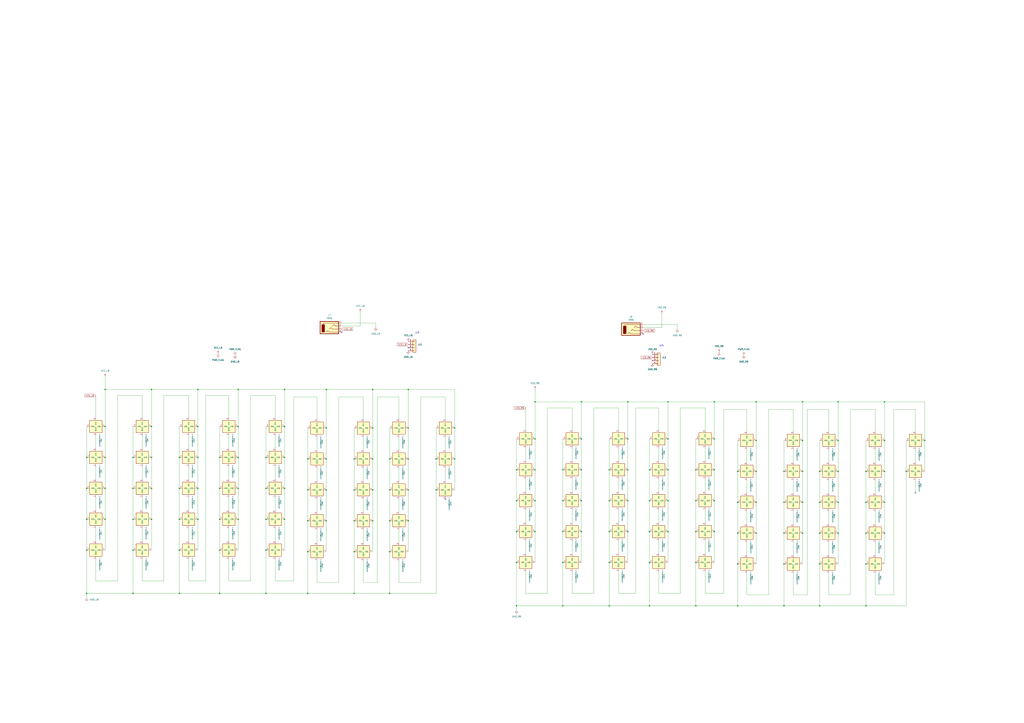
<source format=kicad_sch>
(kicad_sch (version 20231120) (generator "eeschema") (generator_version "8.0")
  (paper "A1")
  (junction (at 477.52 386.08))
  (junction (at 688.34 387.35))
  (junction (at 548.64 411.48))
  (junction (at 643.89 412.75))
  (junction (at 86.36 401.32))
  (junction (at 643.89 387.35))
  (junction (at 147.32 401.32))
  (junction (at 744.22 387.35))
  (junction (at 162.56 401.32))
  (junction (at 586.74 386.08))
  (junction (at 439.42 360.68))
  (junction (at 267.97 320.04))
  (junction (at 424.18 462.28))
  (junction (at 180.34 375.92))
  (junction (at 711.2 463.55))
  (junction (at 643.89 497.84))
  (junction (at 477.52 411.48))
  (junction (at 335.28 320.04))
  (junction (at 71.12 452.12))
  (junction (at 424.18 411.48))
  (junction (at 439.42 386.08))
  (junction (at 605.79 438.15))
  (junction (at 124.46 401.32))
  (junction (at 711.2 412.75))
  (junction (at 726.44 387.35))
  (junction (at 162.56 350.52))
  (junction (at 373.38 351.79))
  (junction (at 688.34 330.2))
  (junction (at 711.2 497.84))
  (junction (at 673.1 412.75))
  (junction (at 500.38 436.88))
  (junction (at 643.89 463.55))
  (junction (at 548.64 436.88))
  (junction (at 109.22 426.72))
  (junction (at 462.28 436.88))
  (junction (at 477.52 360.68))
  (junction (at 195.58 320.04))
  (junction (at 477.52 436.88))
  (junction (at 306.07 402.59))
  (junction (at 306.07 427.99))
  (junction (at 439.42 436.88))
  (junction (at 306.07 377.19))
  (junction (at 533.4 411.48))
  (junction (at 306.07 351.79))
  (junction (at 162.56 320.04))
  (junction (at 711.2 387.35))
  (junction (at 621.03 438.15))
  (junction (at 109.22 375.92))
  (junction (at 218.44 426.72))
  (junction (at 162.56 426.72))
  (junction (at 233.68 350.52))
  (junction (at 688.34 412.75))
  (junction (at 320.04 487.68))
  (junction (at 586.74 360.68))
  (junction (at 233.68 320.04))
  (junction (at 147.32 426.72))
  (junction (at 147.32 452.12))
  (junction (at 252.73 487.68))
  (junction (at 424.18 497.84))
  (junction (at 515.62 411.48))
  (junction (at 533.4 497.84))
  (junction (at 515.62 436.88))
  (junction (at 548.64 360.68))
  (junction (at 659.13 330.2))
  (junction (at 335.28 351.79))
  (junction (at 659.13 387.35))
  (junction (at 233.68 426.72))
  (junction (at 571.5 497.84))
  (junction (at 688.34 361.95))
  (junction (at 688.34 438.15))
  (junction (at 233.68 375.92))
  (junction (at 462.28 411.48))
  (junction (at 515.62 386.08))
  (junction (at 621.03 361.95))
  (junction (at 71.12 375.92))
  (junction (at 147.32 487.68))
  (junction (at 726.44 361.95))
  (junction (at 548.64 386.08))
  (junction (at 571.5 462.28))
  (junction (at 124.46 426.72))
  (junction (at 358.14 377.19))
  (junction (at 726.44 412.75))
  (junction (at 673.1 438.15))
  (junction (at 621.03 412.75))
  (junction (at 571.5 386.08))
  (junction (at 233.68 401.32))
  (junction (at 109.22 487.68))
  (junction (at 424.18 436.88))
  (junction (at 195.58 401.32))
  (junction (at 290.83 453.39))
  (junction (at 320.04 453.39))
  (junction (at 515.62 330.2))
  (junction (at 373.38 377.19))
  (junction (at 109.22 452.12))
  (junction (at 86.36 426.72))
  (junction (at 86.36 320.04))
  (junction (at 439.42 411.48))
  (junction (at 533.4 462.28))
  (junction (at 71.12 487.68))
  (junction (at 147.32 375.92))
  (junction (at 252.73 427.99))
  (junction (at 252.73 453.39))
  (junction (at 586.74 411.48))
  (junction (at 358.14 402.59))
  (junction (at 290.83 402.59))
  (junction (at 477.52 330.2))
  (junction (at 267.97 377.19))
  (junction (at 124.46 320.04))
  (junction (at 124.46 350.52))
  (junction (at 320.04 427.99))
  (junction (at 320.04 402.59))
  (junction (at 218.44 401.32))
  (junction (at 335.28 402.59))
  (junction (at 71.12 426.72))
  (junction (at 290.83 377.19))
  (junction (at 500.38 497.84))
  (junction (at 180.34 426.72))
  (junction (at 267.97 402.59))
  (junction (at 500.38 462.28))
  (junction (at 195.58 426.72))
  (junction (at 548.64 330.2))
  (junction (at 726.44 438.15))
  (junction (at 218.44 375.92))
  (junction (at 71.12 401.32))
  (junction (at 605.79 497.84))
  (junction (at 267.97 427.99))
  (junction (at 659.13 412.75))
  (junction (at 335.28 427.99))
  (junction (at 643.89 438.15))
  (junction (at 605.79 412.75))
  (junction (at 500.38 386.08))
  (junction (at 252.73 402.59))
  (junction (at 571.5 436.88))
  (junction (at 180.34 452.12))
  (junction (at 759.46 361.95))
  (junction (at 109.22 401.32))
  (junction (at 180.34 401.32))
  (junction (at 124.46 375.92))
  (junction (at 335.28 377.19))
  (junction (at 533.4 386.08))
  (junction (at 86.36 375.92))
  (junction (at 605.79 387.35))
  (junction (at 726.44 330.2))
  (junction (at 673.1 387.35))
  (junction (at 252.73 377.19))
  (junction (at 571.5 411.48))
  (junction (at 621.03 387.35))
  (junction (at 218.44 452.12))
  (junction (at 586.74 436.88))
  (junction (at 290.83 427.99))
  (junction (at 462.28 497.84))
  (junction (at 320.04 377.19))
  (junction (at 267.97 351.79))
  (junction (at 673.1 463.55))
  (junction (at 711.2 438.15))
  (junction (at 162.56 375.92))
  (junction (at 462.28 386.08))
  (junction (at 290.83 487.68))
  (junction (at 218.44 487.68))
  (junction (at 515.62 360.68))
  (junction (at 306.07 320.04))
  (junction (at 659.13 361.95))
  (junction (at 500.38 411.48))
  (junction (at 180.34 487.68))
  (junction (at 673.1 497.84))
  (junction (at 86.36 350.52))
  (junction (at 586.74 330.2))
  (junction (at 462.28 462.28))
  (junction (at 605.79 463.55))
  (junction (at 659.13 438.15))
  (junction (at 195.58 375.92))
  (junction (at 439.42 330.2))
  (junction (at 195.58 350.52))
  (junction (at 533.4 436.88))
  (junction (at 424.18 386.08))
  (junction (at 621.03 330.2))
  (no_connect (at 751.84 405.13))
  (no_connect (at 335.28 285.75))
  (no_connect (at 280.67 273.05))
  (no_connect (at 528.32 274.32))
  (no_connect (at 365.76 410.21))
  (no_connect (at 535.8266 296.3882))
  (wire (pts (xy 680.72 488.95) (xy 680.72 471.17)))
  (wire (pts (xy 548.64 330.2) (xy 548.64 360.68)))
  (wire (pts (xy 320.04 351.79) (xy 320.04 377.19)))
  (wire (pts (xy 571.5 386.08) (xy 571.5 411.48)))
  (wire (pts (xy 147.32 375.92) (xy 147.32 401.32)))
  (wire (pts (xy 718.82 336.55) (xy 718.82 354.33)))
  (wire (pts (xy 711.2 497.84) (xy 744.22 497.84)))
  (wire (pts (xy 718.82 488.95) (xy 718.82 471.17)))
  (wire (pts (xy 521.97 487.68) (xy 508 487.68)))
  (wire (pts (xy 290.83 487.68) (xy 252.73 487.68)))
  (wire (pts (xy 541.02 335.28) (xy 541.02 353.06)))
  (wire (pts (xy 726.44 330.2) (xy 726.44 361.95)))
  (wire (pts (xy 698.5 336.55) (xy 698.5 488.95)))
  (wire (pts (xy 424.18 497.84) (xy 424.18 501.65)))
  (wire (pts (xy 469.9 335.28) (xy 469.9 353.06)))
  (wire (pts (xy 556.26 266.7) (xy 556.26 270.51)))
  (wire (pts (xy 439.42 320.04) (xy 439.42 330.2)))
  (wire (pts (xy 86.36 426.72) (xy 86.36 401.32)))
  (wire (pts (xy 439.42 330.2) (xy 439.42 360.68)))
  (wire (pts (xy 233.68 320.04) (xy 267.97 320.04)))
  (wire (pts (xy 71.12 452.12) (xy 71.12 487.68)))
  (wire (pts (xy 673.1 387.35) (xy 673.1 412.75)))
  (wire (pts (xy 309.88 478.79) (xy 298.45 478.79)))
  (wire (pts (xy 335.28 453.39) (xy 335.28 427.99)))
  (wire (pts (xy 477.52 462.28) (xy 477.52 436.88)))
  (wire (pts (xy 124.46 426.72) (xy 124.46 401.32)))
  (wire (pts (xy 96.52 325.12) (xy 96.52 477.52)))
  (wire (pts (xy 168.91 325.12) (xy 168.91 477.52)))
  (wire (pts (xy 659.13 330.2) (xy 659.13 361.95)))
  (wire (pts (xy 605.79 438.15) (xy 605.79 463.55)))
  (wire (pts (xy 298.45 435.61) (xy 298.45 445.77)))
  (wire (pts (xy 688.34 438.15) (xy 688.34 412.75)))
  (wire (pts (xy 154.94 434.34) (xy 154.94 444.5)))
  (wire (pts (xy 154.94 477.52) (xy 154.94 459.74)))
  (wire (pts (xy 711.2 412.75) (xy 711.2 438.15)))
  (wire (pts (xy 659.13 463.55) (xy 659.13 438.15)))
  (wire (pts (xy 109.22 375.92) (xy 109.22 401.32)))
  (wire (pts (xy 586.74 386.08) (xy 586.74 411.48)))
  (wire (pts (xy 541.02 393.7) (xy 541.02 403.86)))
  (wire (pts (xy 124.46 452.12) (xy 124.46 426.72)))
  (wire (pts (xy 586.74 462.28) (xy 586.74 436.88)))
  (wire (pts (xy 439.42 360.68) (xy 439.42 386.08)))
  (wire (pts (xy 726.44 361.95) (xy 726.44 387.35)))
  (wire (pts (xy 96.52 477.52) (xy 78.74 477.52)))
  (wire (pts (xy 187.96 408.94) (xy 187.96 419.1)))
  (wire (pts (xy 365.76 384.81) (xy 365.76 394.97)))
  (wire (pts (xy 260.35 478.79) (xy 278.13 478.79)))
  (wire (pts (xy 726.44 438.15) (xy 726.44 412.75)))
  (wire (pts (xy 643.89 412.75) (xy 643.89 438.15)))
  (wire (pts (xy 759.46 361.95) (xy 759.46 387.35)))
  (wire (pts (xy 298.45 326.39) (xy 278.13 326.39)))
  (wire (pts (xy 613.41 488.95) (xy 631.19 488.95)))
  (wire (pts (xy 154.94 325.12) (xy 154.94 342.9)))
  (wire (pts (xy 508 419.1) (xy 508 429.26)))
  (wire (pts (xy 659.13 438.15) (xy 659.13 412.75)))
  (wire (pts (xy 290.83 377.19) (xy 290.83 402.59)))
  (wire (pts (xy 78.74 325.12) (xy 78.74 342.9)))
  (wire (pts (xy 195.58 375.92) (xy 195.58 401.32)))
  (wire (pts (xy 308.61 265.43) (xy 308.61 269.24)))
  (wire (pts (xy 751.84 394.97) (xy 751.84 405.13)))
  (wire (pts (xy 365.76 359.41) (xy 365.76 369.57)))
  (wire (pts (xy 508 393.7) (xy 508 403.86)))
  (wire (pts (xy 218.44 426.72) (xy 218.44 452.12)))
  (wire (pts (xy 533.4 386.08) (xy 533.4 411.48)))
  (wire (pts (xy 533.4 497.84) (xy 500.38 497.84)))
  (wire (pts (xy 508 487.68) (xy 508 469.9)))
  (wire (pts (xy 711.2 438.15) (xy 711.2 463.55)))
  (wire (pts (xy 168.91 477.52) (xy 154.94 477.52)))
  (wire (pts (xy 218.44 401.32) (xy 218.44 426.72)))
  (wire (pts (xy 373.38 377.19) (xy 373.38 402.59)))
  (wire (pts (xy 680.72 420.37) (xy 680.72 430.53)))
  (wire (pts (xy 500.38 386.08) (xy 500.38 411.48)))
  (wire (pts (xy 449.58 487.68) (xy 431.8 487.68)))
  (wire (pts (xy 594.36 487.68) (xy 579.12 487.68)))
  (wire (pts (xy 306.07 320.04) (xy 306.07 351.79)))
  (wire (pts (xy 469.9 368.3) (xy 469.9 378.46)))
  (wire (pts (xy 116.84 477.52) (xy 116.84 459.74)))
  (wire (pts (xy 718.82 369.57) (xy 718.82 379.73)))
  (wire (pts (xy 260.35 410.21) (xy 260.35 420.37)))
  (wire (pts (xy 613.41 445.77) (xy 613.41 455.93)))
  (wire (pts (xy 571.5 497.84) (xy 533.4 497.84)))
  (wire (pts (xy 586.74 330.2) (xy 586.74 360.68)))
  (wire (pts (xy 195.58 452.12) (xy 195.58 426.72)))
  (wire (pts (xy 327.66 478.79) (xy 327.66 461.01)))
  (wire (pts (xy 280.67 267.97) (xy 295.91 267.97)))
  (wire (pts (xy 306.07 427.99) (xy 306.07 402.59)))
  (wire (pts (xy 335.28 377.19) (xy 335.28 402.59)))
  (wire (pts (xy 373.38 351.79) (xy 373.38 377.19)))
  (wire (pts (xy 508 368.3) (xy 508 378.46)))
  (wire (pts (xy 533.4 360.68) (xy 533.4 386.08)))
  (wire (pts (xy 541.02 368.3) (xy 541.02 378.46)))
  (wire (pts (xy 86.36 350.52) (xy 86.36 375.92)))
  (wire (pts (xy 116.84 477.52) (xy 134.62 477.52)))
  (wire (pts (xy 365.76 326.39) (xy 345.44 326.39)))
  (wire (pts (xy 680.72 445.77) (xy 680.72 455.93)))
  (wire (pts (xy 579.12 335.28) (xy 579.12 353.06)))
  (wire (pts (xy 309.88 326.39) (xy 309.88 478.79)))
  (wire (pts (xy 358.14 377.19) (xy 358.14 402.59)))
  (wire (pts (xy 86.36 452.12) (xy 86.36 426.72)))
  (wire (pts (xy 124.46 350.52) (xy 124.46 375.92)))
  (wire (pts (xy 306.07 453.39) (xy 306.07 427.99)))
  (wire (pts (xy 327.66 326.39) (xy 309.88 326.39)))
  (wire (pts (xy 673.1 438.15) (xy 673.1 463.55)))
  (wire (pts (xy 226.06 325.12) (xy 226.06 342.9)))
  (wire (pts (xy 673.1 412.75) (xy 673.1 438.15)))
  (wire (pts (xy 320.04 377.19) (xy 320.04 402.59)))
  (wire (pts (xy 734.06 336.55) (xy 734.06 488.95)))
  (wire (pts (xy 586.74 360.68) (xy 586.74 386.08)))
  (wire (pts (xy 680.72 336.55) (xy 662.94 336.55)))
  (wire (pts (xy 726.44 463.55) (xy 726.44 438.15)))
  (wire (pts (xy 541.02 419.1) (xy 541.02 429.26)))
  (wire (pts (xy 500.38 497.84) (xy 462.28 497.84)))
  (wire (pts (xy 477.52 386.08) (xy 477.52 411.48)))
  (wire (pts (xy 109.22 487.68) (xy 71.12 487.68)))
  (wire (pts (xy 571.5 360.68) (xy 571.5 386.08)))
  (wire (pts (xy 528.32 269.24) (xy 543.56 269.24)))
  (wire (pts (xy 327.66 326.39) (xy 327.66 344.17)))
  (wire (pts (xy 651.51 336.55) (xy 631.19 336.55)))
  (wire (pts (xy 579.12 393.7) (xy 579.12 403.86)))
  (wire (pts (xy 680.72 336.55) (xy 680.72 354.33)))
  (wire (pts (xy 116.84 325.12) (xy 116.84 342.9)))
  (wire (pts (xy 500.38 360.68) (xy 500.38 386.08)))
  (wire (pts (xy 180.34 375.92) (xy 180.34 401.32)))
  (wire (pts (xy 260.35 359.41) (xy 260.35 369.57)))
  (wire (pts (xy 469.9 487.68) (xy 487.68 487.68)))
  (wire (pts (xy 659.13 361.95) (xy 659.13 387.35)))
  (wire (pts (xy 594.36 336.55) (xy 594.36 487.68)))
  (wire (pts (xy 252.73 351.79) (xy 252.73 377.19)))
  (wire (pts (xy 187.96 383.54) (xy 187.96 393.7)))
  (wire (pts (xy 462.28 436.88) (xy 462.28 462.28)))
  (wire (pts (xy 233.68 350.52) (xy 233.68 375.92)))
  (wire (pts (xy 439.42 462.28) (xy 439.42 436.88)))
  (wire (pts (xy 673.1 463.55) (xy 673.1 497.84)))
  (wire (pts (xy 252.73 402.59) (xy 252.73 427.99)))
  (wire (pts (xy 71.12 487.68) (xy 71.12 491.49)))
  (wire (pts (xy 680.72 488.95) (xy 698.5 488.95)))
  (wire (pts (xy 71.12 350.52) (xy 71.12 375.92)))
  (wire (pts (xy 252.73 427.99) (xy 252.73 453.39)))
  (wire (pts (xy 358.14 351.79) (xy 358.14 377.19)))
  (wire (pts (xy 195.58 350.52) (xy 195.58 375.92)))
  (wire (pts (xy 162.56 320.04) (xy 124.46 320.04)))
  (wire (pts (xy 726.44 330.2) (xy 759.46 330.2)))
  (wire (pts (xy 298.45 478.79) (xy 298.45 461.01)))
  (wire (pts (xy 579.12 487.68) (xy 579.12 469.9)))
  (wire (pts (xy 726.44 387.35) (xy 726.44 412.75)))
  (wire (pts (xy 278.13 326.39) (xy 278.13 478.79)))
  (wire (pts (xy 195.58 320.04) (xy 195.58 350.52)))
  (wire (pts (xy 290.83 402.59) (xy 290.83 427.99)))
  (wire (pts (xy 651.51 394.97) (xy 651.51 405.13)))
  (wire (pts (xy 298.45 410.21) (xy 298.45 420.37)))
  (wire (pts (xy 431.8 444.5) (xy 431.8 454.66)))
  (wire (pts (xy 543.56 257.81) (xy 543.56 269.24)))
  (wire (pts (xy 205.74 325.12) (xy 205.74 477.52)))
  (wire (pts (xy 267.97 320.04) (xy 267.97 351.79)))
  (wire (pts (xy 147.32 426.72) (xy 147.32 452.12)))
  (wire (pts (xy 71.12 426.72) (xy 71.12 452.12)))
  (wire (pts (xy 515.62 330.2) (xy 477.52 330.2)))
  (wire (pts (xy 71.12 375.92) (xy 71.12 401.32)))
  (wire (pts (xy 320.04 402.59) (xy 320.04 427.99)))
  (wire (pts (xy 759.46 330.2) (xy 759.46 361.95)))
  (wire (pts (xy 500.38 462.28) (xy 500.38 497.84)))
  (wire (pts (xy 651.51 336.55) (xy 651.51 354.33)))
  (wire (pts (xy 195.58 426.72) (xy 195.58 401.32)))
  (wire (pts (xy 187.96 477.52) (xy 187.96 459.74)))
  (wire (pts (xy 424.18 411.48) (xy 424.18 436.88)))
  (wire (pts (xy 327.66 359.41) (xy 327.66 369.57)))
  (wire (pts (xy 358.14 487.68) (xy 320.04 487.68)))
  (wire (pts (xy 613.41 369.57) (xy 613.41 379.73)))
  (wire (pts (xy 439.42 436.88) (xy 439.42 411.48)))
  (wire (pts (xy 78.74 408.94) (xy 78.74 419.1)))
  (wire (pts (xy 187.96 325.12) (xy 168.91 325.12)))
  (wire (pts (xy 180.34 426.72) (xy 180.34 452.12)))
  (wire (pts (xy 469.9 419.1) (xy 469.9 429.26)))
  (wire (pts (xy 327.66 478.79) (xy 345.44 478.79)))
  (wire (pts (xy 147.32 350.52) (xy 147.32 375.92)))
  (wire (pts (xy 195.58 320.04) (xy 233.68 320.04)))
  (wire (pts (xy 252.73 377.19) (xy 252.73 402.59)))
  (wire (pts (xy 586.74 436.88) (xy 586.74 411.48)))
  (wire (pts (xy 345.44 326.39) (xy 345.44 478.79)))
  (wire (pts (xy 469.9 444.5) (xy 469.9 454.66)))
  (wire (pts (xy 109.22 452.12) (xy 109.22 487.68)))
  (wire (pts (xy 469.9 335.28) (xy 449.58 335.28)))
  (wire (pts (xy 651.51 369.57) (xy 651.51 379.73)))
  (wire (pts (xy 306.07 320.04) (xy 335.28 320.04)))
  (wire (pts (xy 477.52 436.88) (xy 477.52 411.48)))
  (wire (pts (xy 521.97 335.28) (xy 521.97 487.68)))
  (wire (pts (xy 605.79 361.95) (xy 605.79 387.35)))
  (wire (pts (xy 290.83 427.99) (xy 290.83 453.39)))
  (wire (pts (xy 180.34 401.32) (xy 180.34 426.72)))
  (wire (pts (xy 579.12 444.5) (xy 579.12 454.66)))
  (wire (pts (xy 233.68 426.72) (xy 233.68 401.32)))
  (wire (pts (xy 515.62 330.2) (xy 515.62 360.68)))
  (wire (pts (xy 515.62 462.28) (xy 515.62 436.88)))
  (wire (pts (xy 154.94 325.12) (xy 134.62 325.12)))
  (wire (pts (xy 116.84 358.14) (xy 116.84 368.3)))
  (wire (pts (xy 424.18 436.88) (xy 424.18 462.28)))
  (wire (pts (xy 116.84 325.12) (xy 96.52 325.12)))
  (wire (pts (xy 621.03 438.15) (xy 621.03 412.75)))
  (wire (pts (xy 233.68 320.04) (xy 233.68 350.52)))
  (wire (pts (xy 147.32 452.12) (xy 147.32 487.68)))
  (wire (pts (xy 688.34 387.35) (xy 688.34 412.75)))
  (wire (pts (xy 431.8 419.1) (xy 431.8 429.26)))
  (wire (pts (xy 462.28 386.08) (xy 462.28 411.48)))
  (wire (pts (xy 187.96 325.12) (xy 187.96 342.9)))
  (wire (pts (xy 613.41 336.55) (xy 613.41 354.33)))
  (wire (pts (xy 86.36 320.04) (xy 86.36 350.52)))
  (wire (pts (xy 515.62 330.2) (xy 548.64 330.2)))
  (wire (pts (xy 109.22 350.52) (xy 109.22 375.92)))
  (wire (pts (xy 327.66 384.81) (xy 327.66 394.97)))
  (wire (pts (xy 571.5 462.28) (xy 571.5 497.84)))
  (wire (pts (xy 449.58 335.28) (xy 449.58 487.68)))
  (wire (pts (xy 688.34 330.2) (xy 726.44 330.2)))
  (wire (pts (xy 469.9 393.7) (xy 469.9 403.86)))
  (wire (pts (xy 621.03 330.2) (xy 621.03 361.95)))
  (wire (pts (xy 218.44 487.68) (xy 180.34 487.68)))
  (wire (pts (xy 462.28 411.48) (xy 462.28 436.88)))
  (wire (pts (xy 162.56 320.04) (xy 195.58 320.04)))
  (wire (pts (xy 431.8 368.3) (xy 431.8 378.46)))
  (wire (pts (xy 424.18 462.28) (xy 424.18 497.84)))
  (wire (pts (xy 218.44 350.52) (xy 218.44 375.92)))
  (wire (pts (xy 571.5 436.88) (xy 571.5 462.28)))
  (wire (pts (xy 515.62 386.08) (xy 515.62 411.48)))
  (wire (pts (xy 116.84 383.54) (xy 116.84 393.7)))
  (wire (pts (xy 744.22 387.35) (xy 744.22 497.84)))
  (wire (pts (xy 688.34 463.55) (xy 688.34 438.15)))
  (wire (pts (xy 500.38 411.48) (xy 500.38 436.88)))
  (wire (pts (xy 515.62 436.88) (xy 515.62 411.48)))
  (wire (pts (xy 226.06 477.52) (xy 226.06 459.74)))
  (wire (pts (xy 320.04 487.68) (xy 290.83 487.68)))
  (wire (pts (xy 744.22 361.95) (xy 744.22 387.35)))
  (wire (pts (xy 586.74 330.2) (xy 621.03 330.2)))
  (wire (pts (xy 718.82 420.37) (xy 718.82 430.53)))
  (wire (pts (xy 477.52 330.2) (xy 477.52 360.68)))
  (wire (pts (xy 643.89 387.35) (xy 643.89 412.75)))
  (wire (pts (xy 541.02 444.5) (xy 541.02 454.66)))
  (wire (pts (xy 718.82 336.55) (xy 698.5 336.55)))
  (wire (pts (xy 751.84 369.57) (xy 751.84 379.73)))
  (wire (pts (xy 78.74 358.14) (xy 78.74 368.3)))
  (wire (pts (xy 109.22 426.72) (xy 109.22 452.12)))
  (wire (pts (xy 541.02 487.68) (xy 541.02 469.9)))
  (wire (pts (xy 533.4 436.88) (xy 533.4 462.28)))
  (wire (pts (xy 335.28 351.79) (xy 335.28 377.19)))
  (wire (pts (xy 528.32 266.7) (xy 556.26 266.7)))
  (wire (pts (xy 711.2 497.84) (xy 673.1 497.84)))
  (wire (pts (xy 558.8 335.28) (xy 558.8 487.68)))
  (wire (pts (xy 508 335.28) (xy 508 353.06)))
  (wire (pts (xy 439.42 386.08) (xy 439.42 411.48)))
  (wire (pts (xy 680.72 394.97) (xy 680.72 405.13)))
  (wire (pts (xy 533.4 411.48) (xy 533.4 436.88)))
  (wire (pts (xy 298.45 326.39) (xy 298.45 344.17)))
  (wire (pts (xy 621.03 361.95) (xy 621.03 387.35)))
  (wire (pts (xy 680.72 369.57) (xy 680.72 379.73)))
  (wire (pts (xy 659.13 387.35) (xy 659.13 412.75)))
  (wire (pts (xy 621.03 387.35) (xy 621.03 412.75)))
  (wire (pts (xy 162.56 320.04) (xy 162.56 350.52)))
  (wire (pts (xy 241.3 326.39) (xy 241.3 477.52)))
  (wire (pts (xy 621.03 463.55) (xy 621.03 438.15)))
  (wire (pts (xy 233.68 452.12) (xy 233.68 426.72)))
  (wire (pts (xy 180.34 350.52) (xy 180.34 375.92)))
  (wire (pts (xy 508 335.28) (xy 487.68 335.28)))
  (wire (pts (xy 78.74 434.34) (xy 78.74 444.5)))
  (wire (pts (xy 548.64 386.08) (xy 548.64 411.48)))
  (wire (pts (xy 226.06 408.94) (xy 226.06 419.1)))
  (wire (pts (xy 662.94 336.55) (xy 662.94 488.95)))
  (wire (pts (xy 109.22 401.32) (xy 109.22 426.72)))
  (wire (pts (xy 718.82 488.95) (xy 734.06 488.95)))
  (wire (pts (xy 147.32 487.68) (xy 109.22 487.68)))
  (wire (pts (xy 226.06 325.12) (xy 205.74 325.12)))
  (wire (pts (xy 605.79 387.35) (xy 605.79 412.75)))
  (wire (pts (xy 515.62 360.68) (xy 515.62 386.08)))
  (wire (pts (xy 306.07 351.79) (xy 306.07 377.19)))
  (wire (pts (xy 548.64 330.2) (xy 586.74 330.2)))
  (wire (pts (xy 226.06 434.34) (xy 226.06 444.5)))
  (wire (pts (xy 267.97 427.99) (xy 267.97 402.59)))
  (wire (pts (xy 613.41 336.55) (xy 594.36 336.55)))
  (wire (pts (xy 298.45 359.41) (xy 298.45 369.57)))
  (wire (pts (xy 162.56 350.52) (xy 162.56 375.92)))
  (wire (pts (xy 462.28 462.28) (xy 462.28 497.84)))
  (wire (pts (xy 241.3 477.52) (xy 226.06 477.52)))
  (wire (pts (xy 218.44 452.12) (xy 218.44 487.68)))
  (wire (pts (xy 180.34 487.68) (xy 147.32 487.68)))
  (wire (pts (xy 124.46 375.92) (xy 124.46 401.32)))
  (wire (pts (xy 335.28 320.04) (xy 335.28 351.79)))
  (wire (pts (xy 233.68 375.92) (xy 233.68 401.32)))
  (wire (pts (xy 78.74 383.54) (xy 78.74 393.7)))
  (wire (pts (xy 751.84 336.55) (xy 734.06 336.55)))
  (wire (pts (xy 306.07 377.19) (xy 306.07 402.59)))
  (wire (pts (xy 298.45 384.81) (xy 298.45 394.97)))
  (wire (pts (xy 631.19 336.55) (xy 631.19 488.95)))
  (wire (pts (xy 218.44 375.92) (xy 218.44 401.32)))
  (wire (pts (xy 751.84 336.55) (xy 751.84 354.33)))
  (wire (pts (xy 260.35 384.81) (xy 260.35 394.97)))
  (wire (pts (xy 267.97 377.19) (xy 267.97 402.59)))
  (wire (pts (xy 180.34 452.12) (xy 180.34 487.68)))
  (wire (pts (xy 579.12 335.28) (xy 558.8 335.28)))
  (wire (pts (xy 651.51 445.77) (xy 651.51 455.93)))
  (wire (pts (xy 579.12 419.1) (xy 579.12 429.26)))
  (wire (pts (xy 477.52 330.2) (xy 439.42 330.2)))
  (wire (pts (xy 643.89 438.15) (xy 643.89 463.55)))
  (wire (pts (xy 571.5 411.48) (xy 571.5 436.88)))
  (wire (pts (xy 358.14 402.59) (xy 358.14 487.68)))
  (wire (pts (xy 508 444.5) (xy 508 454.66)))
  (wire (pts (xy 548.64 462.28) (xy 548.64 436.88)))
  (wire (pts (xy 462.28 360.68) (xy 462.28 386.08)))
  (wire (pts (xy 154.94 383.54) (xy 154.94 393.7)))
  (wire (pts (xy 605.79 412.75) (xy 605.79 438.15)))
  (wire (pts (xy 327.66 410.21) (xy 327.66 420.37)))
  (wire (pts (xy 226.06 383.54) (xy 226.06 393.7)))
  (wire (pts (xy 621.03 330.2) (xy 659.13 330.2)))
  (wire (pts (xy 260.35 326.39) (xy 241.3 326.39)))
  (wire (pts (xy 477.52 360.68) (xy 477.52 386.08)))
  (wire (pts (xy 252.73 453.39) (xy 252.73 487.68)))
  (wire (pts (xy 335.28 427.99) (xy 335.28 402.59)))
  (wire (pts (xy 365.76 326.39) (xy 365.76 344.17)))
  (wire (pts (xy 651.51 488.95) (xy 651.51 471.17)))
  (wire (pts (xy 187.96 477.52) (xy 205.74 477.52)))
  (wire (pts (xy 711.2 361.95) (xy 711.2 387.35)))
  (wire (pts (xy 187.96 358.14) (xy 187.96 368.3)))
  (wire (pts (xy 162.56 426.72) (xy 162.56 401.32)))
  (wire (pts (xy 124.46 320.04) (xy 86.36 320.04)))
  (wire (pts (xy 651.51 420.37) (xy 651.51 430.53)))
  (wire (pts (xy 541.02 335.28) (xy 521.97 335.28)))
  (wire (pts (xy 267.97 320.04) (xy 306.07 320.04)))
  (wire (pts (xy 718.82 445.77) (xy 718.82 455.93)))
  (wire (pts (xy 116.84 434.34) (xy 116.84 444.5)))
  (wire (pts (xy 711.2 463.55) (xy 711.2 497.84)))
  (wire (pts (xy 533.4 462.28) (xy 533.4 497.84)))
  (wire (pts (xy 605.79 463.55) (xy 605.79 497.84)))
  (wire (pts (xy 124.46 320.04) (xy 124.46 350.52)))
  (wire (pts (xy 71.12 401.32) (xy 71.12 426.72)))
  (wire (pts (xy 424.18 386.08) (xy 424.18 411.48)))
  (wire (pts (xy 162.56 452.12) (xy 162.56 426.72)))
  (wire (pts (xy 154.94 358.14) (xy 154.94 368.3)))
  (wire (pts (xy 613.41 420.37) (xy 613.41 430.53)))
  (wire (pts (xy 154.94 408.94) (xy 154.94 419.1)))
  (wire (pts (xy 662.94 488.95) (xy 651.51 488.95)))
  (wire (pts (xy 424.18 360.68) (xy 424.18 386.08)))
  (wire (pts (xy 548.64 360.68) (xy 548.64 386.08)))
  (wire (pts (xy 147.32 401.32) (xy 147.32 426.72)))
  (wire (pts (xy 613.41 394.97) (xy 613.41 405.13)))
  (wire (pts (xy 579.12 368.3) (xy 579.12 378.46)))
  (wire (pts (xy 86.36 375.92) (xy 86.36 401.32)))
  (wire (pts (xy 548.64 436.88) (xy 548.64 411.48)))
  (wire (pts (xy 295.91 256.54) (xy 295.91 267.97)))
  (wire (pts (xy 462.28 497.84) (xy 424.18 497.84)))
  (wire (pts (xy 320.04 453.39) (xy 320.04 487.68)))
  (wire (pts (xy 643.89 463.55) (xy 643.89 497.84)))
  (wire (pts (xy 86.36 309.88) (xy 86.36 320.04)))
  (wire (pts (xy 541.02 487.68) (xy 558.8 487.68)))
  (wire (pts (xy 613.41 488.95) (xy 613.41 471.17)))
  (wire (pts (xy 605.79 497.84) (xy 571.5 497.84)))
  (wire (pts (xy 373.38 320.04) (xy 373.38 351.79)))
  (wire (pts (xy 116.84 408.94) (xy 116.84 419.1)))
  (wire (pts (xy 327.66 435.61) (xy 327.66 445.77)))
  (wire (pts (xy 487.68 335.28) (xy 487.68 487.68)))
  (wire (pts (xy 643.89 361.95) (xy 643.89 387.35)))
  (wire (pts (xy 280.67 265.43) (xy 308.61 265.43)))
  (wire (pts (xy 320.04 427.99) (xy 320.04 453.39)))
  (wire (pts (xy 260.35 435.61) (xy 260.35 445.77)))
  (wire (pts (xy 267.97 453.39) (xy 267.97 427.99)))
  (wire (pts (xy 267.97 351.79) (xy 267.97 377.19)))
  (wire (pts (xy 643.89 497.84) (xy 605.79 497.84)))
  (wire (pts (xy 260.35 478.79) (xy 260.35 461.01)))
  (wire (pts (xy 252.73 487.68) (xy 218.44 487.68)))
  (wire (pts (xy 500.38 436.88) (xy 500.38 462.28)))
  (wire (pts (xy 78.74 477.52) (xy 78.74 459.74)))
  (wire (pts (xy 260.35 326.39) (xy 260.35 344.17)))
  (wire (pts (xy 431.8 335.28) (xy 431.8 353.06)))
  (wire (pts (xy 187.96 434.34) (xy 187.96 444.5)))
  (wire (pts (xy 226.06 358.14) (xy 226.06 368.3)))
  (wire (pts (xy 290.83 453.39) (xy 290.83 487.68)))
  (wire (pts (xy 673.1 361.95) (xy 673.1 387.35)))
  (wire (pts (xy 673.1 497.84) (xy 643.89 497.84)))
  (wire (pts (xy 688.34 330.2) (xy 688.34 361.95)))
  (wire (pts (xy 718.82 394.97) (xy 718.82 405.13)))
  (wire (pts (xy 711.2 387.35) (xy 711.2 412.75)))
  (wire (pts (xy 688.34 361.95) (xy 688.34 387.35)))
  (wire (pts (xy 290.83 351.79) (xy 290.83 377.19)))
  (wire (pts (xy 431.8 487.68) (xy 431.8 469.9)))
  (wire (pts (xy 469.9 487.68) (xy 469.9 469.9)))
  (wire (pts (xy 162.56 375.92) (xy 162.56 401.32)))
  (wire (pts (xy 335.28 320.04) (xy 373.38 320.04)))
  (wire (pts (xy 431.8 393.7) (xy 431.8 403.86)))
  (wire (pts (xy 134.62 325.12) (xy 134.62 477.52)))
  (wire (pts (xy 659.13 330.2) (xy 688.34 330.2)))
  (text "LED" (at 543.1926 284.1962 0) (effects (font (size 1.27 1.27))))
  (text "LED" (at 342.646 273.558 0) (effects (font (size 1.27 1.27))))
  (global_label "LED_LB" (shape input) (at 335.28 283.21 180) (property "Intersheetrefs" "${INTERSHEET_REFS}" (effects (hide yes))))
  (global_label "LED_RB" (shape input) (at 535.8266 293.8482 180) (property "Intersheetrefs" "${INTERSHEET_REFS}" (effects (hide yes))))
  (global_label "LED_LB" (shape input) (at 280.67 270.51 0) (property "Intersheetrefs" "${INTERSHEET_REFS}" (effects (hide yes))))
  (global_label "LED_RB" (shape input) (at 528.32 271.78 0) (property "Intersheetrefs" "${INTERSHEET_REFS}" (effects (hide yes))))
  (global_label "LED_LB" (shape input) (at 78.74 325.12 180) (property "Intersheetrefs" "${INTERSHEET_REFS}" (effects (hide yes))))
  (global_label "LED_RB" (shape input) (at 431.8 335.28 180) (property "Intersheetrefs" "${INTERSHEET_REFS}" (effects (hide yes))))
  (symbol (lib_id "power:PWR_FLAG") (at 590.55 289.56 180) (unit 1)
    (property "Reference" "#FLG7" (effects (hide yes)))
    (property "Value" "PWR_FLAG" (at 590.55 294.64 0))
    (property "Description" "Special symbol for telling ERC where power comes from" (effects (hide yes)))
  )
  (symbol (lib_id "Salicylic_kbd:LED_SK6812MINI-E") (at 718.82 438.15 270) (unit 1)
    (property "Reference" "LED94" (at 723.2335 449.58 0) (effects (font (size 0.7366 0.7366))))
    (property "Value" "LED_SK6812MINI-E" (at 721.9635 449.58 0) (effects (font (size 0.7366 0.7366))))
    (property "Footprint" "kbd_Parts:LED_SK6812MINI-E_BL" (effects (hide yes)))
  )
  (symbol (lib_id "power:VCC") (at 439.42 320.04 0) (unit 1)
    (property "Reference" "#PWR39" (effects (hide yes)))
    (property "Value" "VDD_RB" (at 439.42 314.96 0))
    (property "Description" "Power symbol creates a global label with name \"VCC\"" (effects (hide yes)))
  )
  (symbol (lib_id "Salicylic_kbd:LED_SK6812MINI-E") (at 718.82 463.55 270) (unit 1)
    (property "Reference" "LED95" (at 723.2335 474.98 0) (effects (font (size 0.7366 0.7366))))
    (property "Value" "LED_SK6812MINI-E" (at 721.9635 474.98 0) (effects (font (size 0.7366 0.7366))))
    (property "Footprint" "kbd_Parts:LED_SK6812MINI-E_BL" (effects (hide yes)))
  )
  (symbol (lib_id "Salicylic_kbd:LED_SK6812MINI-E") (at 508 411.48 270) (unit 1)
    (property "Reference" "LED63" (at 512.4135 422.91 0) (effects (font (size 0.7366 0.7366))))
    (property "Value" "LED_SK6812MINI-E" (at 511.1435 422.91 0) (effects (font (size 0.7366 0.7366))))
    (property "Footprint" "kbd_Parts:LED_SK6812MINI-E_BL" (effects (hide yes)))
  )
  (symbol (lib_id "Salicylic_kbd:LED_SK6812MINI-E") (at 680.72 438.15 270) (unit 1)
    (property "Reference" "LED89" (at 685.1335 449.58 0) (effects (font (size 0.7366 0.7366))))
    (property "Value" "LED_SK6812MINI-E" (at 683.8635 449.58 0) (effects (font (size 0.7366 0.7366))))
    (property "Footprint" "kbd_Parts:LED_SK6812MINI-E_BL" (effects (hide yes)))
  )
  (symbol (lib_id "Salicylic_kbd:LED_SK6812MINI-E") (at 541.02 411.48 270) (unit 1)
    (property "Reference" "LED68" (at 545.4335 422.91 0) (effects (font (size 0.7366 0.7366))))
    (property "Value" "LED_SK6812MINI-E" (at 544.1635 422.91 0) (effects (font (size 0.7366 0.7366))))
    (property "Footprint" "kbd_Parts:LED_SK6812MINI-E_BL" (effects (hide yes)))
  )
  (symbol (lib_id "Salicylic_kbd:LED_SK6812MINI-E") (at 613.41 387.35 270) (unit 1)
    (property "Reference" "LED77" (at 617.8235 398.78 0) (effects (font (size 0.7366 0.7366))))
    (property "Value" "LED_SK6812MINI-E" (at 616.5535 398.78 0) (effects (font (size 0.7366 0.7366))))
    (property "Footprint" "kbd_Parts:LED_SK6812MINI-E_BL" (effects (hide yes)))
  )
  (symbol (lib_id "Salicylic_kbd:LED_SK6812MINI-E") (at 78.74 375.92 270) (unit 1)
    (property "Reference" "LED2" (at 83.1535 387.35 0) (effects (font (size 0.7366 0.7366))))
    (property "Value" "LED_SK6812MINI-E" (at 81.8835 387.35 0) (effects (font (size 0.7366 0.7366))))
    (property "Footprint" "kbd_Parts:LED_SK6812MINI-E_BL" (effects (hide yes)))
  )
  (symbol (lib_id "Salicylic_kbd:LED_SK6812MINI-E") (at 431.8 462.28 270) (unit 1)
    (property "Reference" "LED55" (at 436.2135 473.71 0) (effects (font (size 0.7366 0.7366))))
    (property "Value" "LED_SK6812MINI-E" (at 434.9435 473.71 0) (effects (font (size 0.7366 0.7366))))
    (property "Footprint" "kbd_Parts:LED_SK6812MINI-E_BL" (effects (hide yes)))
  )
  (symbol (lib_id "Salicylic_kbd:LED_SK6812MINI-E") (at 718.82 361.95 270) (unit 1)
    (property "Reference" "LED91" (at 723.2335 373.38 0) (effects (font (size 0.7366 0.7366))))
    (property "Value" "LED_SK6812MINI-E" (at 721.9635 373.38 0) (effects (font (size 0.7366 0.7366))))
    (property "Footprint" "kbd_Parts:LED_SK6812MINI-E_BL" (effects (hide yes)))
  )
  (symbol (lib_id "Salicylic_kbd:LED_SK6812MINI-E") (at 187.96 401.32 270) (unit 1)
    (property "Reference" "LED18" (at 192.3735 412.75 0) (effects (font (size 0.7366 0.7366))))
    (property "Value" "LED_SK6812MINI-E" (at 191.1035 412.75 0) (effects (font (size 0.7366 0.7366))))
    (property "Footprint" "kbd_Parts:LED_SK6812MINI-E_BL" (effects (hide yes)))
  )
  (symbol (lib_id "Salicylic_kbd:LED_SK6812MINI-E") (at 78.74 426.72 270) (unit 1)
    (property "Reference" "LED4" (at 83.1535 438.15 0) (effects (font (size 0.7366 0.7366))))
    (property "Value" "LED_SK6812MINI-E" (at 81.8835 438.15 0) (effects (font (size 0.7366 0.7366))))
    (property "Footprint" "kbd_Parts:LED_SK6812MINI-E_BL" (effects (hide yes)))
  )
  (symbol (lib_id "Salicylic_kbd:LED_SK6812MINI-E") (at 116.84 452.12 270) (unit 1)
    (property "Reference" "LED10" (at 121.2535 463.55 0) (effects (font (size 0.7366 0.7366))))
    (property "Value" "LED_SK6812MINI-E" (at 119.9835 463.55 0) (effects (font (size 0.7366 0.7366))))
    (property "Footprint" "kbd_Parts:LED_SK6812MINI-E_BL" (effects (hide yes)))
  )
  (symbol (lib_id "Salicylic_kbd:LED_SK6812MINI-E") (at 226.06 401.32 270) (unit 1)
    (property "Reference" "LED23" (at 230.4735 412.75 0) (effects (font (size 0.7366 0.7366))))
    (property "Value" "LED_SK6812MINI-E" (at 229.2035 412.75 0) (effects (font (size 0.7366 0.7366))))
    (property "Footprint" "kbd_Parts:LED_SK6812MINI-E_BL" (effects (hide yes)))
  )
  (symbol (lib_id "Salicylic_kbd:LED_SK6812MINI-E") (at 613.41 361.95 270) (unit 1)
    (property "Reference" "LED76" (at 617.8235 373.38 0) (effects (font (size 0.7366 0.7366))))
    (property "Value" "LED_SK6812MINI-E" (at 616.5535 373.38 0) (effects (font (size 0.7366 0.7366))))
    (property "Footprint" "kbd_Parts:LED_SK6812MINI-E_BL" (effects (hide yes)))
  )
  (symbol (lib_id "Salicylic_kbd:LED_SK6812MINI-E") (at 431.8 411.48 270) (unit 1)
    (property "Reference" "LED53" (at 436.2135 422.91 0) (effects (font (size 0.7366 0.7366))))
    (property "Value" "LED_SK6812MINI-E" (at 434.9435 422.91 0) (effects (font (size 0.7366 0.7366))))
    (property "Footprint" "kbd_Parts:LED_SK6812MINI-E_BL" (effects (hide yes)))
  )
  (symbol (lib_id "BrownSugar_KBD:TRRS") (at 518.16 270.51 0) (unit 1)
    (property "Reference" "J9" (at 518.16 260.35 0))
    (property "Value" "TRRS" (at 518.16 262.89 0))
    (property "Footprint" "BrownSugar_KBD:TRRS_PJ-320A" (effects (hide yes)))
  )
  (symbol (lib_id "Salicylic_kbd:LED_SK6812MINI-E") (at 116.84 350.52 270) (unit 1)
    (property "Reference" "LED6" (at 121.2535 361.95 0) (effects (font (size 0.7366 0.7366))))
    (property "Value" "LED_SK6812MINI-E" (at 119.9835 361.95 0) (effects (font (size 0.7366 0.7366))))
    (property "Footprint" "kbd_Parts:LED_SK6812MINI-E_BL" (effects (hide yes)))
  )
  (symbol (lib_id "Salicylic_kbd:LED_SK6812MINI-E") (at 327.66 377.19 270) (unit 1)
    (property "Reference" "LED37" (at 332.0735 388.62 0) (effects (font (size 0.7366 0.7366))))
    (property "Value" "LED_SK6812MINI-E" (at 330.8035 388.62 0) (effects (font (size 0.7366 0.7366))))
    (property "Footprint" "kbd_Parts:LED_SK6812MINI-E_BL" (effects (hide yes)))
  )
  (symbol (lib_id "Salicylic_kbd:LED_SK6812MINI-E") (at 260.35 377.19 270) (unit 1)
    (property "Reference" "LED27" (at 264.7635 388.62 0) (effects (font (size 0.7366 0.7366))))
    (property "Value" "LED_SK6812MINI-E" (at 263.4935 388.62 0) (effects (font (size 0.7366 0.7366))))
    (property "Footprint" "kbd_Parts:LED_SK6812MINI-E_BL" (effects (hide yes)))
  )
  (symbol (lib_id "Salicylic_kbd:LED_SK6812MINI-E") (at 751.84 387.35 270) (unit 1)
    (property "Reference" "LED97" (at 756.2535 398.78 0) (effects (font (size 0.7366 0.7366))))
    (property "Value" "LED_SK6812MINI-E" (at 754.9835 398.78 0) (effects (font (size 0.7366 0.7366))))
    (property "Footprint" "kbd_Parts:LED_SK6812MINI-E_BL" (effects (hide yes)))
  )
  (symbol (lib_id "Connector_Generic:Conn_01x04") (at 540.9066 293.8482 0) (unit 1)
    (property "Reference" "J13" (at 543.4466 293.8481 0) (effects (justify left)))
    (property "Value" "Conn_01x04" (effects (hide yes)))
    (property "Footprint" "Connector_PinHeader_2.54mm:PinHeader_1x04_P2.54mm_Horizontal" (effects (hide yes)))
    (property "Description" "Generic connector, single row, 01x04, script generated (kicad-library-utils/schlib/autogen/connector/)" (effects (hide yes)))
  )
  (symbol (lib_id "Salicylic_kbd:LED_SK6812MINI-E") (at 469.9 411.48 270) (unit 1)
    (property "Reference" "LED58" (at 474.3135 422.91 0) (effects (font (size 0.7366 0.7366))))
    (property "Value" "LED_SK6812MINI-E" (at 473.0435 422.91 0) (effects (font (size 0.7366 0.7366))))
    (property "Footprint" "kbd_Parts:LED_SK6812MINI-E_BL" (effects (hide yes)))
  )
  (symbol (lib_id "Salicylic_kbd:LED_SK6812MINI-E") (at 154.94 401.32 270) (unit 1)
    (property "Reference" "LED13" (at 159.3535 412.75 0) (effects (font (size 0.7366 0.7366))))
    (property "Value" "LED_SK6812MINI-E" (at 158.0835 412.75 0) (effects (font (size 0.7366 0.7366))))
    (property "Footprint" "kbd_Parts:LED_SK6812MINI-E_BL" (effects (hide yes)))
  )
  (symbol (lib_id "power:VCC") (at 295.91 256.54 0) (unit 1)
    (property "Reference" "#PWR30" (effects (hide yes)))
    (property "Value" "VCC_LB" (at 295.91 251.46 0))
    (property "Description" "Power symbol creates a global label with name \"VCC\"" (effects (hide yes)))
  )
  (symbol (lib_id "power:GND1") (at 424.18 501.65 0) (unit 1)
    (property "Reference" "#PWR38" (effects (hide yes)))
    (property "Value" "GND_RB" (at 424.18 506.73 0))
    (property "Description" "Power symbol creates a global label with name \"GND1\" , ground" (effects (hide yes)))
  )
  (symbol (lib_id "power:VCC") (at 335.28 280.67 0) (unit 1)
    (property "Reference" "#PWR48" (effects (hide yes)))
    (property "Value" "VCC_LB" (at 335.28 275.59 0))
    (property "Description" "Power symbol creates a global label with name \"VCC\"" (effects (hide yes)))
  )
  (symbol (lib_id "Salicylic_kbd:LED_SK6812MINI-E") (at 751.84 361.95 270) (unit 1)
    (property "Reference" "LED96" (at 756.2535 373.38 0) (effects (font (size 0.7366 0.7366))))
    (property "Value" "LED_SK6812MINI-E" (at 754.9835 373.38 0) (effects (font (size 0.7366 0.7366))))
    (property "Footprint" "kbd_Parts:LED_SK6812MINI-E_BL" (effects (hide yes)))
  )
  (symbol (lib_id "Salicylic_kbd:LED_SK6812MINI-E") (at 187.96 375.92 270) (unit 1)
    (property "Reference" "LED17" (at 192.3735 387.35 0) (effects (font (size 0.7366 0.7366))))
    (property "Value" "LED_SK6812MINI-E" (at 191.1035 387.35 0) (effects (font (size 0.7366 0.7366))))
    (property "Footprint" "kbd_Parts:LED_SK6812MINI-E_BL" (effects (hide yes)))
  )
  (symbol (lib_id "Salicylic_kbd:LED_SK6812MINI-E") (at 187.96 426.72 270) (unit 1)
    (property "Reference" "LED19" (at 192.3735 438.15 0) (effects (font (size 0.7366 0.7366))))
    (property "Value" "LED_SK6812MINI-E" (at 191.1035 438.15 0) (effects (font (size 0.7366 0.7366))))
    (property "Footprint" "kbd_Parts:LED_SK6812MINI-E_BL" (effects (hide yes)))
  )
  (symbol (lib_id "Salicylic_kbd:LED_SK6812MINI-E") (at 508 360.68 270) (unit 1)
    (property "Reference" "LED61" (at 512.4135 372.11 0) (effects (font (size 0.7366 0.7366))))
    (property "Value" "LED_SK6812MINI-E" (at 511.1435 372.11 0) (effects (font (size 0.7366 0.7366))))
    (property "Footprint" "kbd_Parts:LED_SK6812MINI-E_BL" (effects (hide yes)))
  )
  (symbol (lib_id "power:VCC") (at 543.56 257.81 0) (unit 1)
    (property "Reference" "#PWR36" (effects (hide yes)))
    (property "Value" "VDD_RB" (at 543.56 252.73 0))
    (property "Description" "Power symbol creates a global label with name \"VCC\"" (effects (hide yes)))
  )
  (symbol (lib_id "Salicylic_kbd:LED_SK6812MINI-E") (at 651.51 412.75 270) (unit 1)
    (property "Reference" "LED83" (at 655.9235 424.18 0) (effects (font (size 0.7366 0.7366))))
    (property "Value" "LED_SK6812MINI-E" (at 654.6535 424.18 0) (effects (font (size 0.7366 0.7366))))
    (property "Footprint" "kbd_Parts:LED_SK6812MINI-E_BL" (effects (hide yes)))
  )
  (symbol (lib_id "Salicylic_kbd:LED_SK6812MINI-E") (at 651.51 387.35 270) (unit 1)
    (property "Reference" "LED82" (at 655.9235 398.78 0) (effects (font (size 0.7366 0.7366))))
    (property "Value" "LED_SK6812MINI-E" (at 654.6535 398.78 0) (effects (font (size 0.7366 0.7366))))
    (property "Footprint" "kbd_Parts:LED_SK6812MINI-E_BL" (effects (hide yes)))
  )
  (symbol (lib_id "Salicylic_kbd:LED_SK6812MINI-E") (at 579.12 411.48 270) (unit 1)
    (property "Reference" "LED73" (at 583.5335 422.91 0) (effects (font (size 0.7366 0.7366))))
    (property "Value" "LED_SK6812MINI-E" (at 582.2635 422.91 0) (effects (font (size 0.7366 0.7366))))
    (property "Footprint" "kbd_Parts:LED_SK6812MINI-E_BL" (effects (hide yes)))
  )
  (symbol (lib_id "Salicylic_kbd:LED_SK6812MINI-E") (at 187.96 452.12 270) (unit 1)
    (property "Reference" "LED20" (at 192.3735 463.55 0) (effects (font (size 0.7366 0.7366))))
    (property "Value" "LED_SK6812MINI-E" (at 191.1035 463.55 0) (effects (font (size 0.7366 0.7366))))
    (property "Footprint" "kbd_Parts:LED_SK6812MINI-E_BL" (effects (hide yes)))
  )
  (symbol (lib_id "Salicylic_kbd:LED_SK6812MINI-E") (at 431.8 360.68 270) (unit 1)
    (property "Reference" "LED51" (at 436.2135 372.11 0) (effects (font (size 0.7366 0.7366))))
    (property "Value" "LED_SK6812MINI-E" (at 434.9435 372.11 0) (effects (font (size 0.7366 0.7366))))
    (property "Footprint" "kbd_Parts:LED_SK6812MINI-E_BL" (effects (hide yes)))
  )
  (symbol (lib_id "Salicylic_kbd:LED_SK6812MINI-E") (at 508 462.28 270) (unit 1)
    (property "Reference" "LED65" (at 512.4135 473.71 0) (effects (font (size 0.7366 0.7366))))
    (property "Value" "LED_SK6812MINI-E" (at 511.1435 473.71 0) (effects (font (size 0.7366 0.7366))))
    (property "Footprint" "kbd_Parts:LED_SK6812MINI-E_BL" (effects (hide yes)))
  )
  (symbol (lib_id "Salicylic_kbd:LED_SK6812MINI-E") (at 116.84 375.92 270) (unit 1)
    (property "Reference" "LED7" (at 121.2535 387.35 0) (effects (font (size 0.7366 0.7366))))
    (property "Value" "LED_SK6812MINI-E" (at 119.9835 387.35 0) (effects (font (size 0.7366 0.7366))))
    (property "Footprint" "kbd_Parts:LED_SK6812MINI-E_BL" (effects (hide yes)))
  )
  (symbol (lib_id "Salicylic_kbd:LED_SK6812MINI-E") (at 579.12 360.68 270) (unit 1)
    (property "Reference" "LED71" (at 583.5335 372.11 0) (effects (font (size 0.7366 0.7366))))
    (property "Value" "LED_SK6812MINI-E" (at 582.2635 372.11 0) (effects (font (size 0.7366 0.7366))))
    (property "Footprint" "kbd_Parts:LED_SK6812MINI-E_BL" (effects (hide yes)))
  )
  (symbol (lib_id "Salicylic_kbd:LED_SK6812MINI-E") (at 613.41 412.75 270) (unit 1)
    (property "Reference" "LED78" (at 617.8235 424.18 0) (effects (font (size 0.7366 0.7366))))
    (property "Value" "LED_SK6812MINI-E" (at 616.5535 424.18 0) (effects (font (size 0.7366 0.7366))))
    (property "Footprint" "kbd_Parts:LED_SK6812MINI-E_BL" (effects (hide yes)))
  )
  (symbol (lib_id "Salicylic_kbd:LED_SK6812MINI-E") (at 469.9 360.68 270) (unit 1)
    (property "Reference" "LED56" (at 474.3135 372.11 0) (effects (font (size 0.7366 0.7366))))
    (property "Value" "LED_SK6812MINI-E" (at 473.0435 372.11 0) (effects (font (size 0.7366 0.7366))))
    (property "Footprint" "kbd_Parts:LED_SK6812MINI-E_BL" (effects (hide yes)))
  )
  (symbol (lib_id "Salicylic_kbd:LED_SK6812MINI-E") (at 298.45 402.59 270) (unit 1)
    (property "Reference" "LED33" (at 302.8635 414.02 0) (effects (font (size 0.7366 0.7366))))
    (property "Value" "LED_SK6812MINI-E" (at 301.5935 414.02 0) (effects (font (size 0.7366 0.7366))))
    (property "Footprint" "kbd_Parts:LED_SK6812MINI-E_BL" (effects (hide yes)))
  )
  (symbol (lib_id "Salicylic_kbd:LED_SK6812MINI-E") (at 365.76 351.79 270) (unit 1)
    (property "Reference" "LED41" (at 370.1735 363.22 0) (effects (font (size 0.7366 0.7366))))
    (property "Value" "LED_SK6812MINI-E" (at 368.9035 363.22 0) (effects (font (size 0.7366 0.7366))))
    (property "Footprint" "kbd_Parts:LED_SK6812MINI-E_BL" (effects (hide yes)))
  )
  (symbol (lib_id "power:GND1") (at 556.26 270.51 0) (unit 1)
    (property "Reference" "#PWR37" (effects (hide yes)))
    (property "Value" "GND_RB" (at 556.26 275.59 0))
    (property "Description" "Power symbol creates a global label with name \"GND1\" , ground" (effects (hide yes)))
  )
  (symbol (lib_id "Salicylic_kbd:LED_SK6812MINI-E") (at 327.66 351.79 270) (unit 1)
    (property "Reference" "LED36" (at 332.0735 363.22 0) (effects (font (size 0.7366 0.7366))))
    (property "Value" "LED_SK6812MINI-E" (at 330.8035 363.22 0) (effects (font (size 0.7366 0.7366))))
    (property "Footprint" "kbd_Parts:LED_SK6812MINI-E_BL" (effects (hide yes)))
  )
  (symbol (lib_id "Salicylic_kbd:LED_SK6812MINI-E") (at 226.06 375.92 270) (unit 1)
    (property "Reference" "LED22" (at 230.4735 387.35 0) (effects (font (size 0.7366 0.7366))))
    (property "Value" "LED_SK6812MINI-E" (at 229.2035 387.35 0) (effects (font (size 0.7366 0.7366))))
    (property "Footprint" "kbd_Parts:LED_SK6812MINI-E_BL" (effects (hide yes)))
  )
  (symbol (lib_id "Salicylic_kbd:LED_SK6812MINI-E") (at 260.35 427.99 270) (unit 1)
    (property "Reference" "LED29" (at 264.7635 439.42 0) (effects (font (size 0.7366 0.7366))))
    (property "Value" "LED_SK6812MINI-E" (at 263.4935 439.42 0) (effects (font (size 0.7366 0.7366))))
    (property "Footprint" "kbd_Parts:LED_SK6812MINI-E_BL" (effects (hide yes)))
  )
  (symbol (lib_id "Salicylic_kbd:LED_SK6812MINI-E") (at 154.94 375.92 270) (unit 1)
    (property "Reference" "LED12" (at 159.3535 387.35 0) (effects (font (size 0.7366 0.7366))))
    (property "Value" "LED_SK6812MINI-E" (at 158.0835 387.35 0) (effects (font (size 0.7366 0.7366))))
    (property "Footprint" "kbd_Parts:LED_SK6812MINI-E_BL" (effects (hide yes)))
  )
  (symbol (lib_id "power:VCC") (at 86.36 309.88 0) (unit 1)
    (property "Reference" "#PWR13" (effects (hide yes)))
    (property "Value" "VCC_LB" (at 86.36 304.8 0))
    (property "Description" "Power symbol creates a global label with name \"VCC\"" (effects (hide yes)))
  )
  (symbol (lib_id "Salicylic_kbd:LED_SK6812MINI-E") (at 226.06 452.12 270) (unit 1)
    (property "Reference" "LED25" (at 230.4735 463.55 0) (effects (font (size 0.7366 0.7366))))
    (property "Value" "LED_SK6812MINI-E" (at 229.2035 463.55 0) (effects (font (size 0.7366 0.7366))))
    (property "Footprint" "kbd_Parts:LED_SK6812MINI-E_BL" (effects (hide yes)))
  )
  (symbol (lib_id "power:VDD") (at 590.55 289.56 0) (unit 1)
    (property "Reference" "#PWR42" (effects (hide yes)))
    (property "Value" "VDD_RB" (at 590.55 284.48 0))
    (property "Description" "Power symbol creates a global label with name \"VDD\"" (effects (hide yes)))
  )
  (symbol (lib_id "Salicylic_kbd:LED_SK6812MINI-E") (at 154.94 350.52 270) (unit 1)
    (property "Reference" "LED11" (at 159.3535 361.95 0) (effects (font (size 0.7366 0.7366))))
    (property "Value" "LED_SK6812MINI-E" (at 158.0835 361.95 0) (effects (font (size 0.7366 0.7366))))
    (property "Footprint" "kbd_Parts:LED_SK6812MINI-E_BL" (effects (hide yes)))
  )
  (symbol (lib_id "Salicylic_kbd:LED_SK6812MINI-E") (at 78.74 350.52 270) (unit 1)
    (property "Reference" "LED1" (at 83.1535 361.95 0) (effects (font (size 0.7366 0.7366))))
    (property "Value" "LED_SK6812MINI-E" (at 81.8835 361.95 0) (effects (font (size 0.7366 0.7366))))
    (property "Footprint" "kbd_Parts:LED_SK6812MINI-E_BL" (effects (hide yes)))
  )
  (symbol (lib_id "Salicylic_kbd:LED_SK6812MINI-E") (at 298.45 453.39 270) (unit 1)
    (property "Reference" "LED35" (at 302.8635 464.82 0) (effects (font (size 0.7366 0.7366))))
    (property "Value" "LED_SK6812MINI-E" (at 301.5935 464.82 0) (effects (font (size 0.7366 0.7366))))
    (property "Footprint" "kbd_Parts:LED_SK6812MINI-E_BL" (effects (hide yes)))
  )
  (symbol (lib_id "Salicylic_kbd:LED_SK6812MINI-E") (at 541.02 360.68 270) (unit 1)
    (property "Reference" "LED66" (at 545.4335 372.11 0) (effects (font (size 0.7366 0.7366))))
    (property "Value" "LED_SK6812MINI-E" (at 544.1635 372.11 0) (effects (font (size 0.7366 0.7366))))
    (property "Footprint" "kbd_Parts:LED_SK6812MINI-E_BL" (effects (hide yes)))
  )
  (symbol (lib_id "power:GND2") (at 610.87 292.1 0) (unit 1)
    (property "Reference" "#PWR43" (effects (hide yes)))
    (property "Value" "GND_RB" (at 610.87 297.18 0))
    (property "Description" "Power symbol creates a global label with name \"GND2\" , ground" (effects (hide yes)))
  )
  (symbol (lib_id "BrownSugar_KBD:TRRS") (at 270.51 269.24 0) (unit 1)
    (property "Reference" "J7" (at 270.51 259.08 0))
    (property "Value" "TRRS" (at 270.51 261.62 0))
    (property "Footprint" "BrownSugar_KBD:TRRS_PJ-320A" (effects (hide yes)))
  )
  (symbol (lib_id "Salicylic_kbd:LED_SK6812MINI-E") (at 78.74 401.32 270) (unit 1)
    (property "Reference" "LED3" (at 83.1535 412.75 0) (effects (font (size 0.7366 0.7366))))
    (property "Value" "LED_SK6812MINI-E" (at 81.8835 412.75 0) (effects (font (size 0.7366 0.7366))))
    (property "Footprint" "kbd_Parts:LED_SK6812MINI-E_BL" (effects (hide yes)))
  )
  (symbol (lib_id "Salicylic_kbd:LED_SK6812MINI-E") (at 508 436.88 270) (unit 1)
    (property "Reference" "LED64" (at 512.4135 448.31 0) (effects (font (size 0.7366 0.7366))))
    (property "Value" "LED_SK6812MINI-E" (at 511.1435 448.31 0) (effects (font (size 0.7366 0.7366))))
    (property "Footprint" "kbd_Parts:LED_SK6812MINI-E_BL" (effects (hide yes)))
  )
  (symbol (lib_id "power:GND1") (at 71.12 491.49 0) (unit 1)
    (property "Reference" "#PWR14" (effects (hide yes)))
    (property "Value" "GND_LB" (at 73.66 492.7599 0) (effects (justify left)))
    (property "Description" "Power symbol creates a global label with name \"GND1\" , ground" (effects (hide yes)))
  )
  (symbol (lib_id "Salicylic_kbd:LED_SK6812MINI-E") (at 298.45 377.19 270) (unit 1)
    (property "Reference" "LED32" (at 302.8635 388.62 0) (effects (font (size 0.7366 0.7366))))
    (property "Value" "LED_SK6812MINI-E" (at 301.5935 388.62 0) (effects (font (size 0.7366 0.7366))))
    (property "Footprint" "kbd_Parts:LED_SK6812MINI-E_BL" (effects (hide yes)))
  )
  (symbol (lib_id "Salicylic_kbd:LED_SK6812MINI-E") (at 116.84 401.32 270) (unit 1)
    (property "Reference" "LED8" (at 121.2535 412.75 0) (effects (font (size 0.7366 0.7366))))
    (property "Value" "LED_SK6812MINI-E" (at 119.9835 412.75 0) (effects (font (size 0.7366 0.7366))))
    (property "Footprint" "kbd_Parts:LED_SK6812MINI-E_BL" (effects (hide yes)))
  )
  (symbol (lib_id "Salicylic_kbd:LED_SK6812MINI-E") (at 298.45 427.99 270) (unit 1)
    (property "Reference" "LED34" (at 302.8635 439.42 0) (effects (font (size 0.7366 0.7366))))
    (property "Value" "LED_SK6812MINI-E" (at 301.5935 439.42 0) (effects (font (size 0.7366 0.7366))))
    (property "Footprint" "kbd_Parts:LED_SK6812MINI-E_BL" (effects (hide yes)))
  )
  (symbol (lib_id "power:GND1") (at 535.8266 298.9282 0) (unit 1)
    (property "Reference" "#PWR51" (effects (hide yes)))
    (property "Value" "GND_RB" (at 535.8266 303.53 0))
    (property "Description" "Power symbol creates a global label with name \"GND1\" , ground" (effects (hide yes)))
  )
  (symbol (lib_id "Salicylic_kbd:LED_SK6812MINI-E") (at 226.06 426.72 270) (unit 1)
    (property "Reference" "LED24" (at 230.4735 438.15 0) (effects (font (size 0.7366 0.7366))))
    (property "Value" "LED_SK6812MINI-E" (at 229.2035 438.15 0) (effects (font (size 0.7366 0.7366))))
    (property "Footprint" "kbd_Parts:LED_SK6812MINI-E_BL" (effects (hide yes)))
  )
  (symbol (lib_id "Salicylic_kbd:LED_SK6812MINI-E") (at 298.45 351.79 270) (unit 1)
    (property "Reference" "LED31" (at 302.8635 363.22 0) (effects (font (size 0.7366 0.7366))))
    (property "Value" "LED_SK6812MINI-E" (at 301.5935 363.22 0) (effects (font (size 0.7366 0.7366))))
    (property "Footprint" "kbd_Parts:LED_SK6812MINI-E_BL" (effects (hide yes)))
  )
  (symbol (lib_id "power:PWR_FLAG") (at 610.87 292.1 0) (unit 1)
    (property "Reference" "#FLG8" (effects (hide yes)))
    (property "Value" "PWR_FLAG" (at 610.87 287.02 0))
    (property "Description" "Special symbol for telling ERC where power comes from" (effects (hide yes)))
  )
  (symbol (lib_id "Salicylic_kbd:LED_SK6812MINI-E") (at 226.06 350.52 270) (unit 1)
    (property "Reference" "LED21" (at 230.4735 361.95 0) (effects (font (size 0.7366 0.7366))))
    (property "Value" "LED_SK6812MINI-E" (at 229.2035 361.95 0) (effects (font (size 0.7366 0.7366))))
    (property "Footprint" "kbd_Parts:LED_SK6812MINI-E_BL" (effects (hide yes)))
  )
  (symbol (lib_id "Salicylic_kbd:LED_SK6812MINI-E") (at 579.12 436.88 270) (unit 1)
    (property "Reference" "LED74" (at 583.5335 448.31 0) (effects (font (size 0.7366 0.7366))))
    (property "Value" "LED_SK6812MINI-E" (at 582.2635 448.31 0) (effects (font (size 0.7366 0.7366))))
    (property "Footprint" "kbd_Parts:LED_SK6812MINI-E_BL" (effects (hide yes)))
  )
  (symbol (lib_id "Salicylic_kbd:LED_SK6812MINI-E") (at 680.72 463.55 270) (unit 1)
    (property "Reference" "LED90" (at 685.1335 474.98 0) (effects (font (size 0.7366 0.7366))))
    (property "Value" "LED_SK6812MINI-E" (at 683.8635 474.98 0) (effects (font (size 0.7366 0.7366))))
    (property "Footprint" "kbd_Parts:LED_SK6812MINI-E_BL" (effects (hide yes)))
  )
  (symbol (lib_id "Salicylic_kbd:LED_SK6812MINI-E") (at 680.72 387.35 270) (unit 1)
    (property "Reference" "LED87" (at 685.1335 398.78 0) (effects (font (size 0.7366 0.7366))))
    (property "Value" "LED_SK6812MINI-E" (at 683.8635 398.78 0) (effects (font (size 0.7366 0.7366))))
    (property "Footprint" "kbd_Parts:LED_SK6812MINI-E_BL" (effects (hide yes)))
  )
  (symbol (lib_id "Salicylic_kbd:LED_SK6812MINI-E") (at 260.35 453.39 270) (unit 1)
    (property "Reference" "LED30" (at 264.7635 464.82 0) (effects (font (size 0.7366 0.7366))))
    (property "Value" "LED_SK6812MINI-E" (at 263.4935 464.82 0) (effects (font (size 0.7366 0.7366))))
    (property "Footprint" "kbd_Parts:LED_SK6812MINI-E_BL" (effects (hide yes)))
  )
  (symbol (lib_id "Salicylic_kbd:LED_SK6812MINI-E") (at 469.9 436.88 270) (unit 1)
    (property "Reference" "LED59" (at 474.3135 448.31 0) (effects (font (size 0.7366 0.7366))))
    (property "Value" "LED_SK6812MINI-E" (at 473.0435 448.31 0) (effects (font (size 0.7366 0.7366))))
    (property "Footprint" "kbd_Parts:LED_SK6812MINI-E_BL" (effects (hide yes)))
  )
  (symbol (lib_id "Salicylic_kbd:LED_SK6812MINI-E") (at 508 386.08 270) (unit 1)
    (property "Reference" "LED62" (at 512.4135 397.51 0) (effects (font (size 0.7366 0.7366))))
    (property "Value" "LED_SK6812MINI-E" (at 511.1435 397.51 0) (effects (font (size 0.7366 0.7366))))
    (property "Footprint" "kbd_Parts:LED_SK6812MINI-E_BL" (effects (hide yes)))
  )
  (symbol (lib_id "Salicylic_kbd:LED_SK6812MINI-E") (at 260.35 402.59 270) (unit 1)
    (property "Reference" "LED28" (at 264.7635 414.02 0) (effects (font (size 0.7366 0.7366))))
    (property "Value" "LED_SK6812MINI-E" (at 263.4935 414.02 0) (effects (font (size 0.7366 0.7366))))
    (property "Footprint" "kbd_Parts:LED_SK6812MINI-E_BL" (effects (hide yes)))
  )
  (symbol (lib_id "Salicylic_kbd:LED_SK6812MINI-E") (at 431.8 436.88 270) (unit 1)
    (property "Reference" "LED54" (at 436.2135 448.31 0) (effects (font (size 0.7366 0.7366))))
    (property "Value" "LED_SK6812MINI-E" (at 434.9435 448.31 0) (effects (font (size 0.7366 0.7366))))
    (property "Footprint" "kbd_Parts:LED_SK6812MINI-E_BL" (effects (hide yes)))
  )
  (symbol (lib_id "power:GND1") (at 308.61 269.24 0) (unit 1)
    (property "Reference" "#PWR31" (effects (hide yes)))
    (property "Value" "GND_LB" (at 308.61 274.32 0))
    (property "Description" "Power symbol creates a global label with name \"GND1\" , ground" (effects (hide yes)))
  )
  (symbol (lib_id "Salicylic_kbd:LED_SK6812MINI-E") (at 365.76 377.19 270) (unit 1)
    (property "Reference" "LED42" (at 370.1735 388.62 0) (effects (font (size 0.7366 0.7366))))
    (property "Value" "LED_SK6812MINI-E" (at 368.9035 388.62 0) (effects (font (size 0.7366 0.7366))))
    (property "Footprint" "kbd_Parts:LED_SK6812MINI-E_BL" (effects (hide yes)))
  )
  (symbol (lib_id "Salicylic_kbd:LED_SK6812MINI-E") (at 541.02 386.08 270) (unit 1)
    (property "Reference" "LED67" (at 545.4335 397.51 0) (effects (font (size 0.7366 0.7366))))
    (property "Value" "LED_SK6812MINI-E" (at 544.1635 397.51 0) (effects (font (size 0.7366 0.7366))))
    (property "Footprint" "kbd_Parts:LED_SK6812MINI-E_BL" (effects (hide yes)))
  )
  (symbol (lib_id "Salicylic_kbd:LED_SK6812MINI-E") (at 154.94 426.72 270) (unit 1)
    (property "Reference" "LED14" (at 159.3535 438.15 0) (effects (font (size 0.7366 0.7366))))
    (property "Value" "LED_SK6812MINI-E" (at 158.0835 438.15 0) (effects (font (size 0.7366 0.7366))))
    (property "Footprint" "kbd_Parts:LED_SK6812MINI-E_BL" (effects (hide yes)))
  )
  (symbol (lib_id "Salicylic_kbd:LED_SK6812MINI-E") (at 260.35 351.79 270) (unit 1)
    (property "Reference" "LED26" (at 264.7635 363.22 0) (effects (font (size 0.7366 0.7366))))
    (property "Value" "LED_SK6812MINI-E" (at 263.4935 363.22 0) (effects (font (size 0.7366 0.7366))))
    (property "Footprint" "kbd_Parts:LED_SK6812MINI-E_BL" (effects (hide yes)))
  )
  (symbol (lib_id "Salicylic_kbd:LED_SK6812MINI-E") (at 116.84 426.72 270) (unit 1)
    (property "Reference" "LED9" (at 121.2535 438.15 0) (effects (font (size 0.7366 0.7366))))
    (property "Value" "LED_SK6812MINI-E" (at 119.9835 438.15 0) (effects (font (size 0.7366 0.7366))))
    (property "Footprint" "kbd_Parts:LED_SK6812MINI-E_BL" (effects (hide yes)))
  )
  (symbol (lib_id "power:PWR_FLAG") (at 193.04 292.1 0) (unit 1)
    (property "Reference" "#FLG6" (effects (hide yes)))
    (property "Value" "PWR_FLAG" (at 193.04 287.02 0))
    (property "Description" "Special symbol for telling ERC where power comes from" (effects (hide yes)))
  )
  (symbol (lib_id "Salicylic_kbd:LED_SK6812MINI-E") (at 469.9 462.28 270) (unit 1)
    (property "Reference" "LED60" (at 474.3135 473.71 0) (effects (font (size 0.7366 0.7366))))
    (property "Value" "LED_SK6812MINI-E" (at 473.0435 473.71 0) (effects (font (size 0.7366 0.7366))))
    (property "Footprint" "kbd_Parts:LED_SK6812MINI-E_BL" (effects (hide yes)))
  )
  (symbol (lib_id "Salicylic_kbd:LED_SK6812MINI-E") (at 613.41 438.15 270) (unit 1)
    (property "Reference" "LED79" (at 617.8235 449.58 0) (effects (font (size 0.7366 0.7366))))
    (property "Value" "LED_SK6812MINI-E" (at 616.5535 449.58 0) (effects (font (size 0.7366 0.7366))))
    (property "Footprint" "kbd_Parts:LED_SK6812MINI-E_BL" (effects (hide yes)))
  )
  (symbol (lib_id "Salicylic_kbd:LED_SK6812MINI-E") (at 187.96 350.52 270) (unit 1)
    (property "Reference" "LED16" (at 192.3735 361.95 0) (effects (font (size 0.7366 0.7366))))
    (property "Value" "LED_SK6812MINI-E" (at 191.1035 361.95 0) (effects (font (size 0.7366 0.7366))))
    (property "Footprint" "kbd_Parts:LED_SK6812MINI-E_BL" (effects (hide yes)))
  )
  (symbol (lib_id "Salicylic_kbd:LED_SK6812MINI-E") (at 651.51 361.95 270) (unit 1)
    (property "Reference" "LED81" (at 655.9235 373.38 0) (effects (font (size 0.7366 0.7366))))
    (property "Value" "LED_SK6812MINI-E" (at 654.6535 373.38 0) (effects (font (size 0.7366 0.7366))))
    (property "Footprint" "kbd_Parts:LED_SK6812MINI-E_BL" (effects (hide yes)))
  )
  (symbol (lib_id "Salicylic_kbd:LED_SK6812MINI-E") (at 718.82 387.35 270) (unit 1)
    (property "Reference" "LED92" (at 723.2335 398.78 0) (effects (font (size 0.7366 0.7366))))
    (property "Value" "LED_SK6812MINI-E" (at 721.9635 398.78 0) (effects (font (size 0.7366 0.7366))))
    (property "Footprint" "kbd_Parts:LED_SK6812MINI-E_BL" (effects (hide yes)))
  )
  (symbol (lib_id "Salicylic_kbd:LED_SK6812MINI-E") (at 541.02 436.88 270) (unit 1)
    (property "Reference" "LED69" (at 545.4335 448.31 0) (effects (font (size 0.7366 0.7366))))
    (property "Value" "LED_SK6812MINI-E" (at 544.1635 448.31 0) (effects (font (size 0.7366 0.7366))))
    (property "Footprint" "kbd_Parts:LED_SK6812MINI-E_BL" (effects (hide yes)))
  )
  (symbol (lib_id "Salicylic_kbd:LED_SK6812MINI-E") (at 651.51 463.55 270) (unit 1)
    (property "Reference" "LED85" (at 655.9235 474.98 0) (effects (font (size 0.7366 0.7366))))
    (property "Value" "LED_SK6812MINI-E" (at 654.6535 474.98 0) (effects (font (size 0.7366 0.7366))))
    (property "Footprint" "kbd_Parts:LED_SK6812MINI-E_BL" (effects (hide yes)))
  )
  (symbol (lib_id "Salicylic_kbd:LED_SK6812MINI-E") (at 327.66 427.99 270) (unit 1)
    (property "Reference" "LED39" (at 332.0735 439.42 0) (effects (font (size 0.7366 0.7366))))
    (property "Value" "LED_SK6812MINI-E" (at 330.8035 439.42 0) (effects (font (size 0.7366 0.7366))))
    (property "Footprint" "kbd_Parts:LED_SK6812MINI-E_BL" (effects (hide yes)))
  )
  (symbol (lib_id "power:VCC") (at 535.8266 291.3082 0) (unit 1)
    (property "Reference" "#PWR50" (effects (hide yes)))
    (property "Value" "VDD_RB" (at 535.8266 287.02 0))
    (property "Description" "Power symbol creates a global label with name \"VCC\"" (effects (hide yes)))
  )
  (symbol (lib_id "Salicylic_kbd:LED_SK6812MINI-E") (at 651.51 438.15 270) (unit 1)
    (property "Reference" "LED84" (at 655.9235 449.58 0) (effects (font (size 0.7366 0.7366))))
    (property "Value" "LED_SK6812MINI-E" (at 654.6535 449.58 0) (effects (font (size 0.7366 0.7366))))
    (property "Footprint" "kbd_Parts:LED_SK6812MINI-E_BL" (effects (hide yes)))
  )
  (symbol (lib_id "Salicylic_kbd:LED_SK6812MINI-E") (at 154.94 452.12 270) (unit 1)
    (property "Reference" "LED15" (at 159.3535 463.55 0) (effects (font (size 0.7366 0.7366))))
    (property "Value" "LED_SK6812MINI-E" (at 158.0835 463.55 0) (effects (font (size 0.7366 0.7366))))
    (property "Footprint" "kbd_Parts:LED_SK6812MINI-E_BL" (effects (hide yes)))
  )
  (symbol (lib_id "Salicylic_kbd:LED_SK6812MINI-E") (at 579.12 386.08 270) (unit 1)
    (property "Reference" "LED72" (at 583.5335 397.51 0) (effects (font (size 0.7366 0.7366))))
    (property "Value" "LED_SK6812MINI-E" (at 582.2635 397.51 0) (effects (font (size 0.7366 0.7366))))
    (property "Footprint" "kbd_Parts:LED_SK6812MINI-E_BL" (effects (hide yes)))
  )
  (symbol (lib_id "Salicylic_kbd:LED_SK6812MINI-E") (at 718.82 412.75 270) (unit 1)
    (property "Reference" "LED93" (at 723.2335 424.18 0) (effects (font (size 0.7366 0.7366))))
    (property "Value" "LED_SK6812MINI-E" (at 721.9635 424.18 0) (effects (font (size 0.7366 0.7366))))
    (property "Footprint" "kbd_Parts:LED_SK6812MINI-E_BL" (effects (hide yes)))
  )
  (symbol (lib_id "power:GND1") (at 335.28 288.29 0) (unit 1)
    (property "Reference" "#PWR49" (effects (hide yes)))
    (property "Value" "GND_LB" (at 335.28 293.37 0))
    (property "Description" "Power symbol creates a global label with name \"GND1\" , ground" (effects (hide yes)))
  )
  (symbol (lib_id "Salicylic_kbd:LED_SK6812MINI-E") (at 365.76 402.59 270) (unit 1)
    (property "Reference" "LED43" (at 370.1735 414.02 0) (effects (font (size 0.7366 0.7366))))
    (property "Value" "LED_SK6812MINI-E" (at 368.9035 414.02 0) (effects (font (size 0.7366 0.7366))))
    (property "Footprint" "kbd_Parts:LED_SK6812MINI-E_BL" (effects (hide yes)))
  )
  (symbol (lib_id "Salicylic_kbd:LED_SK6812MINI-E") (at 613.41 463.55 270) (unit 1)
    (property "Reference" "LED80" (at 617.8235 474.98 0) (effects (font (size 0.7366 0.7366))))
    (property "Value" "LED_SK6812MINI-E" (at 616.5535 474.98 0) (effects (font (size 0.7366 0.7366))))
    (property "Footprint" "kbd_Parts:LED_SK6812MINI-E_BL" (effects (hide yes)))
  )
  (symbol (lib_id "Salicylic_kbd:LED_SK6812MINI-E") (at 78.74 452.12 270) (unit 1)
    (property "Reference" "LED5" (at 83.1535 463.55 0) (effects (font (size 0.7366 0.7366))))
    (property "Value" "LED_SK6812MINI-E" (at 81.8835 463.55 0) (effects (font (size 0.7366 0.7366))))
    (property "Footprint" "kbd_Parts:LED_SK6812MINI-E_BL" (effects (hide yes)))
  )
  (symbol (lib_id "Salicylic_kbd:LED_SK6812MINI-E") (at 431.8 386.08 270) (unit 1)
    (property "Reference" "LED52" (at 436.2135 397.51 0) (effects (font (size 0.7366 0.7366))))
    (property "Value" "LED_SK6812MINI-E" (at 434.9435 397.51 0) (effects (font (size 0.7366 0.7366))))
    (property "Footprint" "kbd_Parts:LED_SK6812MINI-E_BL" (effects (hide yes)))
  )
  (symbol (lib_id "Salicylic_kbd:LED_SK6812MINI-E") (at 680.72 361.95 270) (unit 1)
    (property "Reference" "LED86" (at 685.1335 373.38 0) (effects (font (size 0.7366 0.7366))))
    (property "Value" "LED_SK6812MINI-E" (at 683.8635 373.38 0) (effects (font (size 0.7366 0.7366))))
    (property "Footprint" "kbd_Parts:LED_SK6812MINI-E_BL" (effects (hide yes)))
  )
  (symbol (lib_id "Salicylic_kbd:LED_SK6812MINI-E") (at 680.72 412.75 270) (unit 1)
    (property "Reference" "LED88" (at 685.1335 424.18 0) (effects (font (size 0.7366 0.7366))))
    (property "Value" "LED_SK6812MINI-E" (at 683.8635 424.18 0) (effects (font (size 0.7366 0.7366))))
    (property "Footprint" "kbd_Parts:LED_SK6812MINI-E_BL" (effects (hide yes)))
  )
  (symbol (lib_id "power:VCC") (at 179.07 290.83 0) (unit 1)
    (property "Reference" "#PWR40" (effects (hide yes)))
    (property "Value" "VCC_LB" (at 179.07 285.75 0))
    (property "Description" "Power symbol creates a global label with name \"VCC\"" (effects (hide yes)))
  )
  (symbol (lib_id "Salicylic_kbd:LED_SK6812MINI-E") (at 541.02 462.28 270) (unit 1)
    (property "Reference" "LED70" (at 545.4335 473.71 0) (effects (font (size 0.7366 0.7366))))
    (property "Value" "LED_SK6812MINI-E" (at 544.1635 473.71 0) (effects (font (size 0.7366 0.7366))))
    (property "Footprint" "kbd_Parts:LED_SK6812MINI-E_BL" (effects (hide yes)))
  )
  (symbol (lib_id "Connector_Generic:Conn_01x04") (at 340.36 283.21 0) (unit 1)
    (property "Reference" "J12" (at 342.9 283.2099 0) (effects (justify left)))
    (property "Value" "Conn_01x04" (effects (hide yes)))
    (property "Footprint" "Connector_PinHeader_2.54mm:PinHeader_1x04_P2.54mm_Horizontal" (effects (hide yes)))
    (property "Description" "Generic connector, single row, 01x04, script generated (kicad-library-utils/schlib/autogen/connector/)" (effects (hide yes)))
  )
  (symbol (lib_id "Salicylic_kbd:LED_SK6812MINI-E") (at 469.9 386.08 270) (unit 1)
    (property "Reference" "LED57" (at 474.3135 397.51 0) (effects (font (size 0.7366 0.7366))))
    (property "Value" "LED_SK6812MINI-E" (at 473.0435 397.51 0) (effects (font (size 0.7366 0.7366))))
    (property "Footprint" "kbd_Parts:LED_SK6812MINI-E_BL" (effects (hide yes)))
  )
  (symbol (lib_id "Salicylic_kbd:LED_SK6812MINI-E") (at 579.12 462.28 270) (unit 1)
    (property "Reference" "LED75" (at 583.5335 473.71 0) (effects (font (size 0.7366 0.7366))))
    (property "Value" "LED_SK6812MINI-E" (at 582.2635 473.71 0) (effects (font (size 0.7366 0.7366))))
    (property "Footprint" "kbd_Parts:LED_SK6812MINI-E_BL" (effects (hide yes)))
  )
  (symbol (lib_id "power:GND1") (at 193.04 292.1 0) (unit 1)
    (property "Reference" "#PWR41" (effects (hide yes)))
    (property "Value" "GND_LB" (at 193.04 297.18 0))
    (property "Description" "Power symbol creates a global label with name \"GND1\" , ground" (effects (hide yes)))
  )
  (symbol (lib_id "power:PWR_FLAG") (at 179.07 290.83 180) (unit 1)
    (property "Reference" "#FLG5" (effects (hide yes)))
    (property "Value" "PWR_FLAG" (at 179.07 295.91 0))
    (property "Description" "Special symbol for telling ERC where power comes from" (effects (hide yes)))
  )
  (symbol (lib_id "Salicylic_kbd:LED_SK6812MINI-E") (at 327.66 453.39 270) (unit 1)
    (property "Reference" "LED40" (at 332.0735 464.82 0) (effects (font (size 0.7366 0.7366))))
    (property "Value" "LED_SK6812MINI-E" (at 330.8035 464.82 0) (effects (font (size 0.7366 0.7366))))
    (property "Footprint" "kbd_Parts:LED_SK6812MINI-E_BL" (effects (hide yes)))
  )
  (symbol (lib_id "Salicylic_kbd:LED_SK6812MINI-E") (at 327.66 402.59 270) (unit 1)
    (property "Reference" "LED38" (at 332.0735 414.02 0) (effects (font (size 0.7366 0.7366))))
    (property "Value" "LED_SK6812MINI-E" (at 330.8035 414.02 0) (effects (font (size 0.7366 0.7366))))
    (property "Footprint" "kbd_Parts:LED_SK6812MINI-E_BL" (effects (hide yes)))
  )
)
</source>
